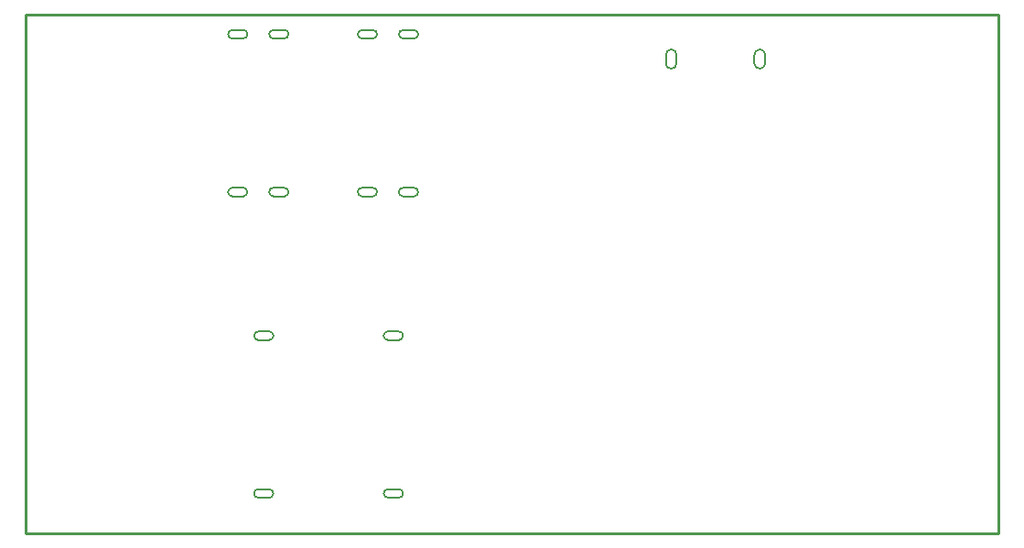
<source format=gm1>
G04 start of page 6 for group 6 idx 6 *
G04 Title: v2_0, outline *
G04 Creator: pcb 4.2.0 *
G04 CreationDate: Sun Sep 29 12:02:10 2019 UTC *
G04 For: user *
G04 Format: Gerber/RS-274X *
G04 PCB-Dimensions (mm): 140.00 90.00 *
G04 PCB-Coordinate-Origin: lower left *
%MOMM*%
%FSLAX43Y43*%
%LNGM1*%
%ADD103C,0.280*%
%ADD102C,0.200*%
G54D102*X79700Y67000D02*Y67800D01*
X78700D02*Y67000D01*
X87900D02*Y67800D01*
X86900D02*Y67000D01*
G54D103*X109500Y23500D02*Y71500D01*
X19500Y23500D02*X109500D01*
G54D102*X39600Y54700D02*X38600D01*
X41000Y42200D02*X42000D01*
Y41400D02*X41000D01*
X50600Y55500D02*X51600D01*
Y54700D02*X50600D01*
X53000Y42200D02*X54000D01*
Y41400D02*X53000D01*
X41000Y27600D02*X42000D01*
Y26800D02*X41000D01*
X53000Y27600D02*X54000D01*
Y26800D02*X53000D01*
G54D103*X19500Y71500D02*Y23500D01*
X109500Y71500D02*X19500D01*
G54D102*X43400Y69300D02*X42400D01*
X54400Y70100D02*X55400D01*
Y69300D02*X54400D01*
Y55500D02*X55400D01*
Y54700D02*X54400D01*
X50600Y70100D02*X51600D01*
Y69300D02*X50600D01*
X42400Y70100D02*X43400D01*
X42400Y55500D02*X43400D01*
Y54700D02*X42400D01*
X38600Y70100D02*X39600D01*
Y69300D02*X38600D01*
Y55500D02*X39600D01*
X42000Y69700D02*G75*G02X42400Y70100I400J0D01*G01*
X42000Y69700D02*G75*G03X42400Y69300I400J0D01*G01*
X42000Y55100D02*G75*G02X42400Y55500I400J0D01*G01*
X42000Y55100D02*G75*G03X42400Y54700I400J0D01*G01*
X42000Y42200D02*G75*G02X42400Y41800I0J-400D01*G01*
G75*G02X42000Y41400I-400J0D01*G01*
X43400Y70100D02*G75*G02X43800Y69700I0J-400D01*G01*
G75*G02X43400Y69300I-400J0D01*G01*
X38200Y69700D02*G75*G02X38600Y70100I400J0D01*G01*
X38200Y69700D02*G75*G03X38600Y69300I400J0D01*G01*
X39600Y70100D02*G75*G02X40000Y69700I0J-400D01*G01*
G75*G02X39600Y69300I-400J0D01*G01*
X38200Y55100D02*G75*G02X38600Y55500I400J0D01*G01*
X38200Y55100D02*G75*G03X38600Y54700I400J0D01*G01*
X39600Y55500D02*G75*G02X40000Y55100I0J-400D01*G01*
G75*G02X39600Y54700I-400J0D01*G01*
X40600Y41800D02*G75*G02X41000Y42200I400J0D01*G01*
X40600Y41800D02*G75*G03X41000Y41400I400J0D01*G01*
X87400Y68300D02*G75*G02X87900Y67800I0J-500D01*G01*
X87400Y68300D02*G75*G03X86900Y67800I0J-500D01*G01*
X87400Y66500D02*G75*G03X87900Y67000I0J500D01*G01*
X87400Y66500D02*G75*G02X86900Y67000I0J500D01*G01*
X79200Y68300D02*G75*G02X79700Y67800I0J-500D01*G01*
X79200Y68300D02*G75*G03X78700Y67800I0J-500D01*G01*
X79200Y66500D02*G75*G03X79700Y67000I0J500D01*G01*
X79200Y66500D02*G75*G02X78700Y67000I0J500D01*G01*
X43400Y55500D02*G75*G02X43800Y55100I0J-400D01*G01*
G75*G02X43400Y54700I-400J0D01*G01*
X54000Y69700D02*G75*G02X54400Y70100I400J0D01*G01*
X54000Y69700D02*G75*G03X54400Y69300I400J0D01*G01*
X55400Y70100D02*G75*G02X55800Y69700I0J-400D01*G01*
G75*G02X55400Y69300I-400J0D01*G01*
X50200Y69700D02*G75*G02X50600Y70100I400J0D01*G01*
X50200Y69700D02*G75*G03X50600Y69300I400J0D01*G01*
X51600Y70100D02*G75*G02X52000Y69700I0J-400D01*G01*
G75*G02X51600Y69300I-400J0D01*G01*
X54000Y55100D02*G75*G02X54400Y55500I400J0D01*G01*
X54000Y55100D02*G75*G03X54400Y54700I400J0D01*G01*
X55400Y55500D02*G75*G02X55800Y55100I0J-400D01*G01*
G75*G02X55400Y54700I-400J0D01*G01*
X50200Y55100D02*G75*G02X50600Y55500I400J0D01*G01*
X50200Y55100D02*G75*G03X50600Y54700I400J0D01*G01*
X51600Y55500D02*G75*G02X52000Y55100I0J-400D01*G01*
G75*G02X51600Y54700I-400J0D01*G01*
X52600Y41800D02*G75*G02X53000Y42200I400J0D01*G01*
X52600Y41800D02*G75*G03X53000Y41400I400J0D01*G01*
X54000Y42200D02*G75*G02X54400Y41800I0J-400D01*G01*
G75*G02X54000Y41400I-400J0D01*G01*
X40600Y27200D02*G75*G02X41000Y27600I400J0D01*G01*
X40600Y27200D02*G75*G03X41000Y26800I400J0D01*G01*
X42000Y27600D02*G75*G02X42400Y27200I0J-400D01*G01*
G75*G02X42000Y26800I-400J0D01*G01*
X52600Y27200D02*G75*G02X53000Y27600I400J0D01*G01*
X52600Y27200D02*G75*G03X53000Y26800I400J0D01*G01*
X54000Y27600D02*G75*G02X54400Y27200I0J-400D01*G01*
G75*G02X54000Y26800I-400J0D01*G01*
M02*

</source>
